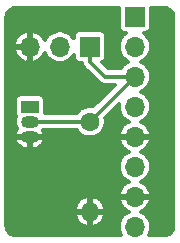
<source format=gtl>
%TF.GenerationSoftware,KiCad,Pcbnew,5.1.4*%
%TF.CreationDate,2019-09-29T12:18:45+02:00*%
%TF.ProjectId,m5stickc-dallas-hat-pcb,6d357374-6963-46b6-932d-64616c6c6173,rev?*%
%TF.SameCoordinates,PX8eeaea0PY695f190*%
%TF.FileFunction,Copper,L1,Top*%
%TF.FilePolarity,Positive*%
%FSLAX46Y46*%
G04 Gerber Fmt 4.6, Leading zero omitted, Abs format (unit mm)*
G04 Created by KiCad (PCBNEW 5.1.4) date 2019-09-29 12:18:45*
%MOMM*%
%LPD*%
G04 APERTURE LIST*
%ADD10R,1.500000X1.050000*%
%ADD11O,1.500000X1.050000*%
%ADD12O,1.700000X1.700000*%
%ADD13R,1.700000X1.700000*%
%ADD14C,1.600000*%
%ADD15O,1.600000X1.600000*%
%ADD16C,0.350000*%
G04 APERTURE END LIST*
D10*
X2540000Y11430000D03*
D11*
X2540000Y8890000D03*
X2540000Y10160000D03*
D12*
X11430000Y1270000D03*
X11430000Y3810000D03*
X11430000Y6350000D03*
X11430000Y8890000D03*
X11430000Y11430000D03*
X11430000Y13970000D03*
X11430000Y16510000D03*
D13*
X11430000Y19050000D03*
D12*
X2540000Y16510000D03*
X5080000Y16510000D03*
D13*
X7620000Y16510000D03*
D14*
X7620000Y10160000D03*
D15*
X7620000Y2540000D03*
D16*
X2540000Y16510000D02*
X2540000Y13970000D01*
X2540000Y13970000D02*
X1270000Y12700000D01*
X1270000Y12700000D02*
X1270000Y8890000D01*
X1270000Y8890000D02*
X2540000Y8890000D01*
X2540000Y8890000D02*
X3810000Y8890000D01*
X3810000Y8890000D02*
X7620000Y5080000D01*
X11430000Y3810000D02*
X7620000Y3810000D01*
X7620000Y5080000D02*
X7620000Y3810000D01*
X7620000Y3810000D02*
X7620000Y2540000D01*
X7620000Y16510000D02*
X7620000Y15240000D01*
X7620000Y15240000D02*
X8890000Y13970000D01*
X8890000Y13970000D02*
X11430000Y13970000D01*
X2540000Y10160000D02*
X7620000Y10160000D01*
X7620000Y10160000D02*
X8890000Y11430000D01*
X8890000Y11430000D02*
X11430000Y13970000D01*
G36*
X10052460Y18200000D02*
G01*
X10062597Y18097082D01*
X10092617Y17998119D01*
X10141367Y17906914D01*
X10206973Y17826973D01*
X10286914Y17761367D01*
X10378119Y17712617D01*
X10477082Y17682597D01*
X10580000Y17672460D01*
X10687947Y17672460D01*
X10662395Y17658802D01*
X10453024Y17486976D01*
X10281198Y17277605D01*
X10153519Y17038736D01*
X10074895Y16779547D01*
X10048347Y16510000D01*
X10074895Y16240453D01*
X10153519Y15981264D01*
X10281198Y15742395D01*
X10453024Y15533024D01*
X10662395Y15361198D01*
X10889139Y15240000D01*
X10662395Y15118802D01*
X10453024Y14946976D01*
X10281198Y14737605D01*
X10245062Y14670000D01*
X9179949Y14670000D01*
X8675433Y15174516D01*
X8763086Y15221367D01*
X8843027Y15286973D01*
X8908633Y15366914D01*
X8957383Y15458119D01*
X8987403Y15557082D01*
X8997540Y15660000D01*
X8997540Y17360000D01*
X8987403Y17462918D01*
X8957383Y17561881D01*
X8908633Y17653086D01*
X8843027Y17733027D01*
X8763086Y17798633D01*
X8671881Y17847383D01*
X8572918Y17877403D01*
X8470000Y17887540D01*
X6770000Y17887540D01*
X6667082Y17877403D01*
X6568119Y17847383D01*
X6476914Y17798633D01*
X6396973Y17733027D01*
X6331367Y17653086D01*
X6282617Y17561881D01*
X6252597Y17462918D01*
X6242460Y17360000D01*
X6242460Y17252053D01*
X6228802Y17277605D01*
X6056976Y17486976D01*
X5847605Y17658802D01*
X5608736Y17786481D01*
X5349547Y17865105D01*
X5147549Y17885000D01*
X5012451Y17885000D01*
X4810453Y17865105D01*
X4551264Y17786481D01*
X4312395Y17658802D01*
X4103024Y17486976D01*
X3931198Y17277605D01*
X3806025Y17043424D01*
X3802137Y17055568D01*
X3671450Y17291316D01*
X3497282Y17497038D01*
X3286327Y17664829D01*
X3046691Y17788240D01*
X2828854Y17854317D01*
X2615000Y17751487D01*
X2615000Y16585000D01*
X2635000Y16585000D01*
X2635000Y16435000D01*
X2615000Y16435000D01*
X2615000Y15268513D01*
X2828854Y15165683D01*
X3046691Y15231760D01*
X3286327Y15355171D01*
X3497282Y15522962D01*
X3671450Y15728684D01*
X3802137Y15964432D01*
X3806025Y15976576D01*
X3931198Y15742395D01*
X4103024Y15533024D01*
X4312395Y15361198D01*
X4551264Y15233519D01*
X4810453Y15154895D01*
X5012451Y15135000D01*
X5147549Y15135000D01*
X5349547Y15154895D01*
X5608736Y15233519D01*
X5847605Y15361198D01*
X6056976Y15533024D01*
X6228802Y15742395D01*
X6242460Y15767947D01*
X6242460Y15660000D01*
X6252597Y15557082D01*
X6282617Y15458119D01*
X6331367Y15366914D01*
X6396973Y15286973D01*
X6476914Y15221367D01*
X6568119Y15172617D01*
X6667082Y15142597D01*
X6770000Y15132460D01*
X6927205Y15132460D01*
X6930129Y15102777D01*
X6970155Y14970826D01*
X7035155Y14849219D01*
X7100708Y14769343D01*
X7122631Y14742630D01*
X7149342Y14720709D01*
X8370704Y13499347D01*
X8392630Y13472630D01*
X8460870Y13416627D01*
X8499218Y13385155D01*
X8620825Y13320155D01*
X8752776Y13280128D01*
X8855610Y13270000D01*
X8855612Y13270000D01*
X8889999Y13266613D01*
X8924386Y13270000D01*
X9740051Y13270000D01*
X7921114Y11451063D01*
X7750501Y11485000D01*
X7489499Y11485000D01*
X7233512Y11434081D01*
X6992377Y11334200D01*
X6775362Y11189195D01*
X6590805Y11004638D01*
X6494161Y10860000D01*
X3813108Y10860000D01*
X3817540Y10905000D01*
X3817540Y11955000D01*
X3807403Y12057918D01*
X3777383Y12156881D01*
X3728633Y12248086D01*
X3663027Y12328027D01*
X3583086Y12393633D01*
X3491881Y12442383D01*
X3392918Y12472403D01*
X3290000Y12482540D01*
X1790000Y12482540D01*
X1687082Y12472403D01*
X1588119Y12442383D01*
X1496914Y12393633D01*
X1416973Y12328027D01*
X1351367Y12248086D01*
X1302617Y12156881D01*
X1272597Y12057918D01*
X1262460Y11955000D01*
X1262460Y10905000D01*
X1272597Y10802082D01*
X1302617Y10703119D01*
X1351367Y10611914D01*
X1360211Y10601138D01*
X1340233Y10563762D01*
X1280193Y10365836D01*
X1259920Y10160000D01*
X1280193Y9954164D01*
X1340233Y9756238D01*
X1437733Y9573829D01*
X1479511Y9522922D01*
X1400289Y9410988D01*
X1316225Y9222526D01*
X1292309Y9127913D01*
X1399316Y8965000D01*
X2465000Y8965000D01*
X2465000Y8985000D01*
X2615000Y8985000D01*
X2615000Y8965000D01*
X3680684Y8965000D01*
X3787691Y9127913D01*
X3763775Y9222526D01*
X3679711Y9410988D01*
X3645022Y9460000D01*
X6494161Y9460000D01*
X6590805Y9315362D01*
X6775362Y9130805D01*
X6992377Y8985800D01*
X7233512Y8885919D01*
X7489499Y8835000D01*
X7750501Y8835000D01*
X8006488Y8885919D01*
X8247623Y8985800D01*
X8464638Y9130805D01*
X8649195Y9315362D01*
X8794200Y9532377D01*
X8894081Y9773512D01*
X8945000Y10029499D01*
X8945000Y10290501D01*
X8911063Y10461114D01*
X10066745Y11616796D01*
X10048347Y11430000D01*
X10074895Y11160453D01*
X10153519Y10901264D01*
X10281198Y10662395D01*
X10453024Y10453024D01*
X10662395Y10281198D01*
X10896576Y10156025D01*
X10884432Y10152137D01*
X10648684Y10021450D01*
X10442962Y9847282D01*
X10275171Y9636327D01*
X10151760Y9396691D01*
X10085683Y9178854D01*
X10188513Y8965000D01*
X11355000Y8965000D01*
X11355000Y8985000D01*
X11505000Y8985000D01*
X11505000Y8965000D01*
X12671487Y8965000D01*
X12774317Y9178854D01*
X12708240Y9396691D01*
X12584829Y9636327D01*
X12417038Y9847282D01*
X12211316Y10021450D01*
X11975568Y10152137D01*
X11963424Y10156025D01*
X12197605Y10281198D01*
X12406976Y10453024D01*
X12578802Y10662395D01*
X12706481Y10901264D01*
X12785105Y11160453D01*
X12811653Y11430000D01*
X12785105Y11699547D01*
X12706481Y11958736D01*
X12578802Y12197605D01*
X12406976Y12406976D01*
X12197605Y12578802D01*
X11970861Y12700000D01*
X12197605Y12821198D01*
X12406976Y12993024D01*
X12578802Y13202395D01*
X12706481Y13441264D01*
X12785105Y13700453D01*
X12811653Y13970000D01*
X12785105Y14239547D01*
X12706481Y14498736D01*
X12578802Y14737605D01*
X12406976Y14946976D01*
X12197605Y15118802D01*
X11970861Y15240000D01*
X12197605Y15361198D01*
X12406976Y15533024D01*
X12578802Y15742395D01*
X12706481Y15981264D01*
X12785105Y16240453D01*
X12811653Y16510000D01*
X12785105Y16779547D01*
X12706481Y17038736D01*
X12578802Y17277605D01*
X12406976Y17486976D01*
X12197605Y17658802D01*
X12172053Y17672460D01*
X12280000Y17672460D01*
X12382918Y17682597D01*
X12481881Y17712617D01*
X12573086Y17761367D01*
X12653027Y17826973D01*
X12718633Y17906914D01*
X12767383Y17998119D01*
X12797403Y18097082D01*
X12807540Y18200000D01*
X12807540Y19770000D01*
X13943101Y19770000D01*
X14109337Y19753700D01*
X14243364Y19713235D01*
X14366984Y19647506D01*
X14475475Y19559022D01*
X14564721Y19451143D01*
X14631309Y19327990D01*
X14672711Y19194243D01*
X14690001Y19029739D01*
X14690000Y1296899D01*
X14673700Y1130663D01*
X14633235Y996636D01*
X14567506Y873018D01*
X14479021Y764524D01*
X14371143Y675279D01*
X14247990Y608691D01*
X14114243Y567289D01*
X13949749Y550000D01*
X12604248Y550000D01*
X12706481Y741264D01*
X12785105Y1000453D01*
X12811653Y1270000D01*
X12785105Y1539547D01*
X12706481Y1798736D01*
X12578802Y2037605D01*
X12406976Y2246976D01*
X12197605Y2418802D01*
X11963424Y2543975D01*
X11975568Y2547863D01*
X12211316Y2678550D01*
X12417038Y2852718D01*
X12584829Y3063673D01*
X12708240Y3303309D01*
X12774317Y3521146D01*
X12671487Y3735000D01*
X11505000Y3735000D01*
X11505000Y3715000D01*
X11355000Y3715000D01*
X11355000Y3735000D01*
X10188513Y3735000D01*
X10085683Y3521146D01*
X10151760Y3303309D01*
X10275171Y3063673D01*
X10442962Y2852718D01*
X10648684Y2678550D01*
X10884432Y2547863D01*
X10896576Y2543975D01*
X10662395Y2418802D01*
X10453024Y2246976D01*
X10281198Y2037605D01*
X10153519Y1798736D01*
X10074895Y1539547D01*
X10048347Y1270000D01*
X10074895Y1000453D01*
X10153519Y741264D01*
X10255752Y550000D01*
X1296899Y550000D01*
X1130663Y566300D01*
X996636Y606765D01*
X873018Y672494D01*
X764524Y760979D01*
X675279Y868857D01*
X608691Y992010D01*
X567289Y1125757D01*
X550000Y1290251D01*
X550000Y2258980D01*
X6325140Y2258980D01*
X6404845Y2011765D01*
X6531247Y1784850D01*
X6699490Y1586955D01*
X6903107Y1425685D01*
X7134274Y1307237D01*
X7338980Y1245143D01*
X7545000Y1348608D01*
X7545000Y2465000D01*
X7695000Y2465000D01*
X7695000Y1348608D01*
X7901020Y1245143D01*
X8105726Y1307237D01*
X8336893Y1425685D01*
X8540510Y1586955D01*
X8708753Y1784850D01*
X8835155Y2011765D01*
X8914860Y2258980D01*
X8811629Y2465000D01*
X7695000Y2465000D01*
X7545000Y2465000D01*
X6428371Y2465000D01*
X6325140Y2258980D01*
X550000Y2258980D01*
X550000Y2821020D01*
X6325140Y2821020D01*
X6428371Y2615000D01*
X7545000Y2615000D01*
X7545000Y3731392D01*
X7695000Y3731392D01*
X7695000Y2615000D01*
X8811629Y2615000D01*
X8914860Y2821020D01*
X8835155Y3068235D01*
X8708753Y3295150D01*
X8540510Y3493045D01*
X8336893Y3654315D01*
X8105726Y3772763D01*
X7901020Y3834857D01*
X7695000Y3731392D01*
X7545000Y3731392D01*
X7338980Y3834857D01*
X7134274Y3772763D01*
X6903107Y3654315D01*
X6699490Y3493045D01*
X6531247Y3295150D01*
X6404845Y3068235D01*
X6325140Y2821020D01*
X550000Y2821020D01*
X550000Y6350000D01*
X10048347Y6350000D01*
X10074895Y6080453D01*
X10153519Y5821264D01*
X10281198Y5582395D01*
X10453024Y5373024D01*
X10662395Y5201198D01*
X10896576Y5076025D01*
X10884432Y5072137D01*
X10648684Y4941450D01*
X10442962Y4767282D01*
X10275171Y4556327D01*
X10151760Y4316691D01*
X10085683Y4098854D01*
X10188513Y3885000D01*
X11355000Y3885000D01*
X11355000Y3905000D01*
X11505000Y3905000D01*
X11505000Y3885000D01*
X12671487Y3885000D01*
X12774317Y4098854D01*
X12708240Y4316691D01*
X12584829Y4556327D01*
X12417038Y4767282D01*
X12211316Y4941450D01*
X11975568Y5072137D01*
X11963424Y5076025D01*
X12197605Y5201198D01*
X12406976Y5373024D01*
X12578802Y5582395D01*
X12706481Y5821264D01*
X12785105Y6080453D01*
X12811653Y6350000D01*
X12785105Y6619547D01*
X12706481Y6878736D01*
X12578802Y7117605D01*
X12406976Y7326976D01*
X12197605Y7498802D01*
X11963424Y7623975D01*
X11975568Y7627863D01*
X12211316Y7758550D01*
X12417038Y7932718D01*
X12584829Y8143673D01*
X12708240Y8383309D01*
X12774317Y8601146D01*
X12671487Y8815000D01*
X11505000Y8815000D01*
X11505000Y8795000D01*
X11355000Y8795000D01*
X11355000Y8815000D01*
X10188513Y8815000D01*
X10085683Y8601146D01*
X10151760Y8383309D01*
X10275171Y8143673D01*
X10442962Y7932718D01*
X10648684Y7758550D01*
X10884432Y7627863D01*
X10896576Y7623975D01*
X10662395Y7498802D01*
X10453024Y7326976D01*
X10281198Y7117605D01*
X10153519Y6878736D01*
X10074895Y6619547D01*
X10048347Y6350000D01*
X550000Y6350000D01*
X550000Y8652087D01*
X1292309Y8652087D01*
X1316225Y8557474D01*
X1400289Y8369012D01*
X1519505Y8200571D01*
X1669291Y8058625D01*
X1843891Y7948628D01*
X2036596Y7874807D01*
X2240000Y7840000D01*
X2465000Y7840000D01*
X2465000Y8815000D01*
X2615000Y8815000D01*
X2615000Y7840000D01*
X2840000Y7840000D01*
X3043404Y7874807D01*
X3236109Y7948628D01*
X3410709Y8058625D01*
X3560495Y8200571D01*
X3679711Y8369012D01*
X3763775Y8557474D01*
X3787691Y8652087D01*
X3680684Y8815000D01*
X2615000Y8815000D01*
X2465000Y8815000D01*
X1399316Y8815000D01*
X1292309Y8652087D01*
X550000Y8652087D01*
X550000Y16221146D01*
X1195680Y16221146D01*
X1277863Y15964432D01*
X1408550Y15728684D01*
X1582718Y15522962D01*
X1793673Y15355171D01*
X2033309Y15231760D01*
X2251146Y15165683D01*
X2465000Y15268513D01*
X2465000Y16435000D01*
X1298294Y16435000D01*
X1195680Y16221146D01*
X550000Y16221146D01*
X550000Y16798854D01*
X1195680Y16798854D01*
X1298294Y16585000D01*
X2465000Y16585000D01*
X2465000Y17751487D01*
X2251146Y17854317D01*
X2033309Y17788240D01*
X1793673Y17664829D01*
X1582718Y17497038D01*
X1408550Y17291316D01*
X1277863Y17055568D01*
X1195680Y16798854D01*
X550000Y16798854D01*
X550000Y19023101D01*
X566300Y19189337D01*
X606765Y19323364D01*
X672494Y19446984D01*
X760978Y19555475D01*
X868857Y19644721D01*
X992010Y19711309D01*
X1125757Y19752711D01*
X1290252Y19770000D01*
X10052460Y19770000D01*
X10052460Y18200000D01*
X10052460Y18200000D01*
G37*
X10052460Y18200000D02*
X10062597Y18097082D01*
X10092617Y17998119D01*
X10141367Y17906914D01*
X10206973Y17826973D01*
X10286914Y17761367D01*
X10378119Y17712617D01*
X10477082Y17682597D01*
X10580000Y17672460D01*
X10687947Y17672460D01*
X10662395Y17658802D01*
X10453024Y17486976D01*
X10281198Y17277605D01*
X10153519Y17038736D01*
X10074895Y16779547D01*
X10048347Y16510000D01*
X10074895Y16240453D01*
X10153519Y15981264D01*
X10281198Y15742395D01*
X10453024Y15533024D01*
X10662395Y15361198D01*
X10889139Y15240000D01*
X10662395Y15118802D01*
X10453024Y14946976D01*
X10281198Y14737605D01*
X10245062Y14670000D01*
X9179949Y14670000D01*
X8675433Y15174516D01*
X8763086Y15221367D01*
X8843027Y15286973D01*
X8908633Y15366914D01*
X8957383Y15458119D01*
X8987403Y15557082D01*
X8997540Y15660000D01*
X8997540Y17360000D01*
X8987403Y17462918D01*
X8957383Y17561881D01*
X8908633Y17653086D01*
X8843027Y17733027D01*
X8763086Y17798633D01*
X8671881Y17847383D01*
X8572918Y17877403D01*
X8470000Y17887540D01*
X6770000Y17887540D01*
X6667082Y17877403D01*
X6568119Y17847383D01*
X6476914Y17798633D01*
X6396973Y17733027D01*
X6331367Y17653086D01*
X6282617Y17561881D01*
X6252597Y17462918D01*
X6242460Y17360000D01*
X6242460Y17252053D01*
X6228802Y17277605D01*
X6056976Y17486976D01*
X5847605Y17658802D01*
X5608736Y17786481D01*
X5349547Y17865105D01*
X5147549Y17885000D01*
X5012451Y17885000D01*
X4810453Y17865105D01*
X4551264Y17786481D01*
X4312395Y17658802D01*
X4103024Y17486976D01*
X3931198Y17277605D01*
X3806025Y17043424D01*
X3802137Y17055568D01*
X3671450Y17291316D01*
X3497282Y17497038D01*
X3286327Y17664829D01*
X3046691Y17788240D01*
X2828854Y17854317D01*
X2615000Y17751487D01*
X2615000Y16585000D01*
X2635000Y16585000D01*
X2635000Y16435000D01*
X2615000Y16435000D01*
X2615000Y15268513D01*
X2828854Y15165683D01*
X3046691Y15231760D01*
X3286327Y15355171D01*
X3497282Y15522962D01*
X3671450Y15728684D01*
X3802137Y15964432D01*
X3806025Y15976576D01*
X3931198Y15742395D01*
X4103024Y15533024D01*
X4312395Y15361198D01*
X4551264Y15233519D01*
X4810453Y15154895D01*
X5012451Y15135000D01*
X5147549Y15135000D01*
X5349547Y15154895D01*
X5608736Y15233519D01*
X5847605Y15361198D01*
X6056976Y15533024D01*
X6228802Y15742395D01*
X6242460Y15767947D01*
X6242460Y15660000D01*
X6252597Y15557082D01*
X6282617Y15458119D01*
X6331367Y15366914D01*
X6396973Y15286973D01*
X6476914Y15221367D01*
X6568119Y15172617D01*
X6667082Y15142597D01*
X6770000Y15132460D01*
X6927205Y15132460D01*
X6930129Y15102777D01*
X6970155Y14970826D01*
X7035155Y14849219D01*
X7100708Y14769343D01*
X7122631Y14742630D01*
X7149342Y14720709D01*
X8370704Y13499347D01*
X8392630Y13472630D01*
X8460870Y13416627D01*
X8499218Y13385155D01*
X8620825Y13320155D01*
X8752776Y13280128D01*
X8855610Y13270000D01*
X8855612Y13270000D01*
X8889999Y13266613D01*
X8924386Y13270000D01*
X9740051Y13270000D01*
X7921114Y11451063D01*
X7750501Y11485000D01*
X7489499Y11485000D01*
X7233512Y11434081D01*
X6992377Y11334200D01*
X6775362Y11189195D01*
X6590805Y11004638D01*
X6494161Y10860000D01*
X3813108Y10860000D01*
X3817540Y10905000D01*
X3817540Y11955000D01*
X3807403Y12057918D01*
X3777383Y12156881D01*
X3728633Y12248086D01*
X3663027Y12328027D01*
X3583086Y12393633D01*
X3491881Y12442383D01*
X3392918Y12472403D01*
X3290000Y12482540D01*
X1790000Y12482540D01*
X1687082Y12472403D01*
X1588119Y12442383D01*
X1496914Y12393633D01*
X1416973Y12328027D01*
X1351367Y12248086D01*
X1302617Y12156881D01*
X1272597Y12057918D01*
X1262460Y11955000D01*
X1262460Y10905000D01*
X1272597Y10802082D01*
X1302617Y10703119D01*
X1351367Y10611914D01*
X1360211Y10601138D01*
X1340233Y10563762D01*
X1280193Y10365836D01*
X1259920Y10160000D01*
X1280193Y9954164D01*
X1340233Y9756238D01*
X1437733Y9573829D01*
X1479511Y9522922D01*
X1400289Y9410988D01*
X1316225Y9222526D01*
X1292309Y9127913D01*
X1399316Y8965000D01*
X2465000Y8965000D01*
X2465000Y8985000D01*
X2615000Y8985000D01*
X2615000Y8965000D01*
X3680684Y8965000D01*
X3787691Y9127913D01*
X3763775Y9222526D01*
X3679711Y9410988D01*
X3645022Y9460000D01*
X6494161Y9460000D01*
X6590805Y9315362D01*
X6775362Y9130805D01*
X6992377Y8985800D01*
X7233512Y8885919D01*
X7489499Y8835000D01*
X7750501Y8835000D01*
X8006488Y8885919D01*
X8247623Y8985800D01*
X8464638Y9130805D01*
X8649195Y9315362D01*
X8794200Y9532377D01*
X8894081Y9773512D01*
X8945000Y10029499D01*
X8945000Y10290501D01*
X8911063Y10461114D01*
X10066745Y11616796D01*
X10048347Y11430000D01*
X10074895Y11160453D01*
X10153519Y10901264D01*
X10281198Y10662395D01*
X10453024Y10453024D01*
X10662395Y10281198D01*
X10896576Y10156025D01*
X10884432Y10152137D01*
X10648684Y10021450D01*
X10442962Y9847282D01*
X10275171Y9636327D01*
X10151760Y9396691D01*
X10085683Y9178854D01*
X10188513Y8965000D01*
X11355000Y8965000D01*
X11355000Y8985000D01*
X11505000Y8985000D01*
X11505000Y8965000D01*
X12671487Y8965000D01*
X12774317Y9178854D01*
X12708240Y9396691D01*
X12584829Y9636327D01*
X12417038Y9847282D01*
X12211316Y10021450D01*
X11975568Y10152137D01*
X11963424Y10156025D01*
X12197605Y10281198D01*
X12406976Y10453024D01*
X12578802Y10662395D01*
X12706481Y10901264D01*
X12785105Y11160453D01*
X12811653Y11430000D01*
X12785105Y11699547D01*
X12706481Y11958736D01*
X12578802Y12197605D01*
X12406976Y12406976D01*
X12197605Y12578802D01*
X11970861Y12700000D01*
X12197605Y12821198D01*
X12406976Y12993024D01*
X12578802Y13202395D01*
X12706481Y13441264D01*
X12785105Y13700453D01*
X12811653Y13970000D01*
X12785105Y14239547D01*
X12706481Y14498736D01*
X12578802Y14737605D01*
X12406976Y14946976D01*
X12197605Y15118802D01*
X11970861Y15240000D01*
X12197605Y15361198D01*
X12406976Y15533024D01*
X12578802Y15742395D01*
X12706481Y15981264D01*
X12785105Y16240453D01*
X12811653Y16510000D01*
X12785105Y16779547D01*
X12706481Y17038736D01*
X12578802Y17277605D01*
X12406976Y17486976D01*
X12197605Y17658802D01*
X12172053Y17672460D01*
X12280000Y17672460D01*
X12382918Y17682597D01*
X12481881Y17712617D01*
X12573086Y17761367D01*
X12653027Y17826973D01*
X12718633Y17906914D01*
X12767383Y17998119D01*
X12797403Y18097082D01*
X12807540Y18200000D01*
X12807540Y19770000D01*
X13943101Y19770000D01*
X14109337Y19753700D01*
X14243364Y19713235D01*
X14366984Y19647506D01*
X14475475Y19559022D01*
X14564721Y19451143D01*
X14631309Y19327990D01*
X14672711Y19194243D01*
X14690001Y19029739D01*
X14690000Y1296899D01*
X14673700Y1130663D01*
X14633235Y996636D01*
X14567506Y873018D01*
X14479021Y764524D01*
X14371143Y675279D01*
X14247990Y608691D01*
X14114243Y567289D01*
X13949749Y550000D01*
X12604248Y550000D01*
X12706481Y741264D01*
X12785105Y1000453D01*
X12811653Y1270000D01*
X12785105Y1539547D01*
X12706481Y1798736D01*
X12578802Y2037605D01*
X12406976Y2246976D01*
X12197605Y2418802D01*
X11963424Y2543975D01*
X11975568Y2547863D01*
X12211316Y2678550D01*
X12417038Y2852718D01*
X12584829Y3063673D01*
X12708240Y3303309D01*
X12774317Y3521146D01*
X12671487Y3735000D01*
X11505000Y3735000D01*
X11505000Y3715000D01*
X11355000Y3715000D01*
X11355000Y3735000D01*
X10188513Y3735000D01*
X10085683Y3521146D01*
X10151760Y3303309D01*
X10275171Y3063673D01*
X10442962Y2852718D01*
X10648684Y2678550D01*
X10884432Y2547863D01*
X10896576Y2543975D01*
X10662395Y2418802D01*
X10453024Y2246976D01*
X10281198Y2037605D01*
X10153519Y1798736D01*
X10074895Y1539547D01*
X10048347Y1270000D01*
X10074895Y1000453D01*
X10153519Y741264D01*
X10255752Y550000D01*
X1296899Y550000D01*
X1130663Y566300D01*
X996636Y606765D01*
X873018Y672494D01*
X764524Y760979D01*
X675279Y868857D01*
X608691Y992010D01*
X567289Y1125757D01*
X550000Y1290251D01*
X550000Y2258980D01*
X6325140Y2258980D01*
X6404845Y2011765D01*
X6531247Y1784850D01*
X6699490Y1586955D01*
X6903107Y1425685D01*
X7134274Y1307237D01*
X7338980Y1245143D01*
X7545000Y1348608D01*
X7545000Y2465000D01*
X7695000Y2465000D01*
X7695000Y1348608D01*
X7901020Y1245143D01*
X8105726Y1307237D01*
X8336893Y1425685D01*
X8540510Y1586955D01*
X8708753Y1784850D01*
X8835155Y2011765D01*
X8914860Y2258980D01*
X8811629Y2465000D01*
X7695000Y2465000D01*
X7545000Y2465000D01*
X6428371Y2465000D01*
X6325140Y2258980D01*
X550000Y2258980D01*
X550000Y2821020D01*
X6325140Y2821020D01*
X6428371Y2615000D01*
X7545000Y2615000D01*
X7545000Y3731392D01*
X7695000Y3731392D01*
X7695000Y2615000D01*
X8811629Y2615000D01*
X8914860Y2821020D01*
X8835155Y3068235D01*
X8708753Y3295150D01*
X8540510Y3493045D01*
X8336893Y3654315D01*
X8105726Y3772763D01*
X7901020Y3834857D01*
X7695000Y3731392D01*
X7545000Y3731392D01*
X7338980Y3834857D01*
X7134274Y3772763D01*
X6903107Y3654315D01*
X6699490Y3493045D01*
X6531247Y3295150D01*
X6404845Y3068235D01*
X6325140Y2821020D01*
X550000Y2821020D01*
X550000Y6350000D01*
X10048347Y6350000D01*
X10074895Y6080453D01*
X10153519Y5821264D01*
X10281198Y5582395D01*
X10453024Y5373024D01*
X10662395Y5201198D01*
X10896576Y5076025D01*
X10884432Y5072137D01*
X10648684Y4941450D01*
X10442962Y4767282D01*
X10275171Y4556327D01*
X10151760Y4316691D01*
X10085683Y4098854D01*
X10188513Y3885000D01*
X11355000Y3885000D01*
X11355000Y3905000D01*
X11505000Y3905000D01*
X11505000Y3885000D01*
X12671487Y3885000D01*
X12774317Y4098854D01*
X12708240Y4316691D01*
X12584829Y4556327D01*
X12417038Y4767282D01*
X12211316Y4941450D01*
X11975568Y5072137D01*
X11963424Y5076025D01*
X12197605Y5201198D01*
X12406976Y5373024D01*
X12578802Y5582395D01*
X12706481Y5821264D01*
X12785105Y6080453D01*
X12811653Y6350000D01*
X12785105Y6619547D01*
X12706481Y6878736D01*
X12578802Y7117605D01*
X12406976Y7326976D01*
X12197605Y7498802D01*
X11963424Y7623975D01*
X11975568Y7627863D01*
X12211316Y7758550D01*
X12417038Y7932718D01*
X12584829Y8143673D01*
X12708240Y8383309D01*
X12774317Y8601146D01*
X12671487Y8815000D01*
X11505000Y8815000D01*
X11505000Y8795000D01*
X11355000Y8795000D01*
X11355000Y8815000D01*
X10188513Y8815000D01*
X10085683Y8601146D01*
X10151760Y8383309D01*
X10275171Y8143673D01*
X10442962Y7932718D01*
X10648684Y7758550D01*
X10884432Y7627863D01*
X10896576Y7623975D01*
X10662395Y7498802D01*
X10453024Y7326976D01*
X10281198Y7117605D01*
X10153519Y6878736D01*
X10074895Y6619547D01*
X10048347Y6350000D01*
X550000Y6350000D01*
X550000Y8652087D01*
X1292309Y8652087D01*
X1316225Y8557474D01*
X1400289Y8369012D01*
X1519505Y8200571D01*
X1669291Y8058625D01*
X1843891Y7948628D01*
X2036596Y7874807D01*
X2240000Y7840000D01*
X2465000Y7840000D01*
X2465000Y8815000D01*
X2615000Y8815000D01*
X2615000Y7840000D01*
X2840000Y7840000D01*
X3043404Y7874807D01*
X3236109Y7948628D01*
X3410709Y8058625D01*
X3560495Y8200571D01*
X3679711Y8369012D01*
X3763775Y8557474D01*
X3787691Y8652087D01*
X3680684Y8815000D01*
X2615000Y8815000D01*
X2465000Y8815000D01*
X1399316Y8815000D01*
X1292309Y8652087D01*
X550000Y8652087D01*
X550000Y16221146D01*
X1195680Y16221146D01*
X1277863Y15964432D01*
X1408550Y15728684D01*
X1582718Y15522962D01*
X1793673Y15355171D01*
X2033309Y15231760D01*
X2251146Y15165683D01*
X2465000Y15268513D01*
X2465000Y16435000D01*
X1298294Y16435000D01*
X1195680Y16221146D01*
X550000Y16221146D01*
X550000Y16798854D01*
X1195680Y16798854D01*
X1298294Y16585000D01*
X2465000Y16585000D01*
X2465000Y17751487D01*
X2251146Y17854317D01*
X2033309Y17788240D01*
X1793673Y17664829D01*
X1582718Y17497038D01*
X1408550Y17291316D01*
X1277863Y17055568D01*
X1195680Y16798854D01*
X550000Y16798854D01*
X550000Y19023101D01*
X566300Y19189337D01*
X606765Y19323364D01*
X672494Y19446984D01*
X760978Y19555475D01*
X868857Y19644721D01*
X992010Y19711309D01*
X1125757Y19752711D01*
X1290252Y19770000D01*
X10052460Y19770000D01*
X10052460Y18200000D01*
M02*

</source>
